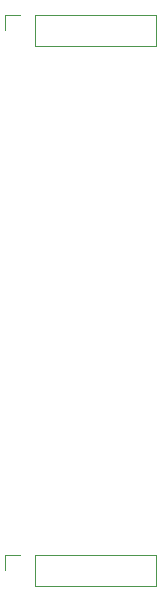
<source format=gbr>
%TF.GenerationSoftware,KiCad,Pcbnew,8.0.5*%
%TF.CreationDate,2024-11-09T04:24:37+05:30*%
%TF.ProjectId,dc_power,64635f70-6f77-4657-922e-6b696361645f,rev?*%
%TF.SameCoordinates,Original*%
%TF.FileFunction,Legend,Bot*%
%TF.FilePolarity,Positive*%
%FSLAX46Y46*%
G04 Gerber Fmt 4.6, Leading zero omitted, Abs format (unit mm)*
G04 Created by KiCad (PCBNEW 8.0.5) date 2024-11-09 04:24:37*
%MOMM*%
%LPD*%
G01*
G04 APERTURE LIST*
%ADD10C,0.120000*%
%ADD11C,2.200000*%
%ADD12R,1.700000X1.700000*%
%ADD13O,1.700000X1.700000*%
G04 APERTURE END LIST*
D10*
%TO.C,GND1*%
X54550000Y-95190000D02*
X55880000Y-95190000D01*
X54550000Y-96520000D02*
X54550000Y-95190000D01*
X57150000Y-97850000D02*
X57150000Y-95190000D01*
X67370000Y-95190000D02*
X57150000Y-95190000D01*
X67370000Y-97850000D02*
X57150000Y-97850000D01*
X67370000Y-97850000D02*
X67370000Y-95190000D01*
%TO.C,5V1*%
X54550000Y-49470000D02*
X55880000Y-49470000D01*
X54550000Y-50800000D02*
X54550000Y-49470000D01*
X57150000Y-52130000D02*
X57150000Y-49470000D01*
X67370000Y-49470000D02*
X57150000Y-49470000D01*
X67370000Y-52130000D02*
X57150000Y-52130000D01*
X67370000Y-52130000D02*
X67370000Y-49470000D01*
%TD*%
%LPC*%
D11*
%TO.C,J1*%
X65205000Y-65810000D03*
X60550000Y-56135000D03*
%TD*%
D12*
%TO.C,GND1*%
X55880000Y-96520000D03*
D13*
X58420000Y-96520000D03*
X60960000Y-96520000D03*
X63500000Y-96520000D03*
X66040000Y-96520000D03*
%TD*%
D12*
%TO.C,5V1*%
X55880000Y-50800000D03*
D13*
X58420000Y-50800000D03*
X60960000Y-50800000D03*
X63500000Y-50800000D03*
X66040000Y-50800000D03*
%TD*%
%LPD*%
M02*

</source>
